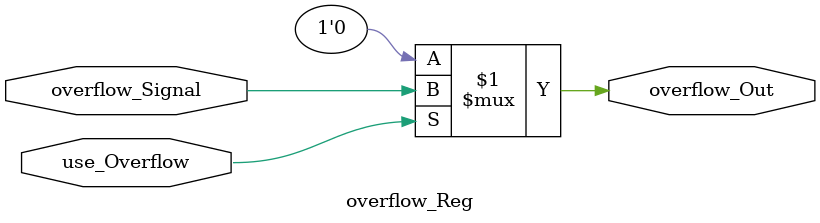
<source format=v>
module overflow_Reg(
    input wire use_Overflow,
    input wire overflow_Signal,
    output reg overflow_Out
);


    assign overflow_Out = (use_Overflow) ? overflow_Signal : 1'b0;


endmodule
</source>
